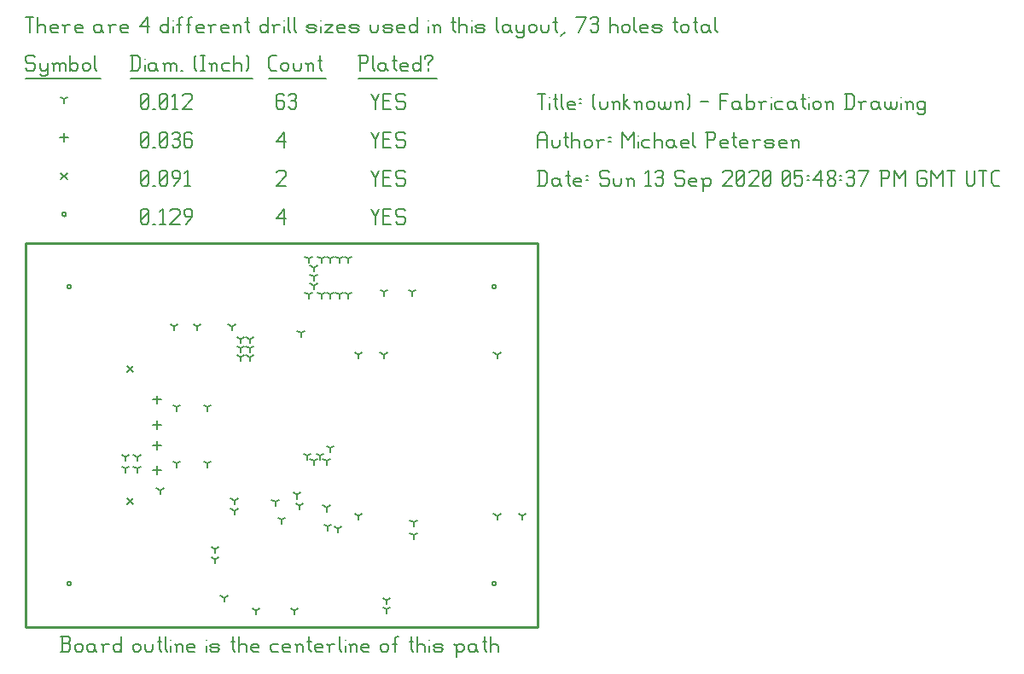
<source format=gbr>
G04 start of page 12 for group -3984 idx -3984 *
G04 Title: (unknown), fab *
G04 Creator: pcb 20140316 *
G04 CreationDate: Sun 13 Sep 2020 05:48:37 PM GMT UTC *
G04 For: railfan *
G04 Format: Gerber/RS-274X *
G04 PCB-Dimensions (mil): 2000.00 1500.00 *
G04 PCB-Coordinate-Origin: lower left *
%MOIN*%
%FSLAX25Y25*%
%LNFAB*%
%ADD72C,0.0100*%
%ADD71C,0.0075*%
%ADD70C,0.0060*%
%ADD69R,0.0080X0.0080*%
G54D69*X182200Y133000D02*G75*G03X183800Y133000I800J0D01*G01*
G75*G03X182200Y133000I-800J0D01*G01*
X16200Y17000D02*G75*G03X17800Y17000I800J0D01*G01*
G75*G03X16200Y17000I-800J0D01*G01*
Y133000D02*G75*G03X17800Y133000I800J0D01*G01*
G75*G03X16200Y133000I-800J0D01*G01*
X182200Y17000D02*G75*G03X183800Y17000I800J0D01*G01*
G75*G03X182200Y17000I-800J0D01*G01*
X14200Y161250D02*G75*G03X15800Y161250I800J0D01*G01*
G75*G03X14200Y161250I-800J0D01*G01*
G54D70*X135000Y163500D02*X136500Y160500D01*
X138000Y163500D01*
X136500Y160500D02*Y157500D01*
X139800Y160800D02*X142050D01*
X139800Y157500D02*X142800D01*
X139800Y163500D02*Y157500D01*
Y163500D02*X142800D01*
X147600D02*X148350Y162750D01*
X145350Y163500D02*X147600D01*
X144600Y162750D02*X145350Y163500D01*
X144600Y162750D02*Y161250D01*
X145350Y160500D01*
X147600D01*
X148350Y159750D01*
Y158250D01*
X147600Y157500D02*X148350Y158250D01*
X145350Y157500D02*X147600D01*
X144600Y158250D02*X145350Y157500D01*
X98000Y159750D02*X101000Y163500D01*
X98000Y159750D02*X101750D01*
X101000Y163500D02*Y157500D01*
X45000Y158250D02*X45750Y157500D01*
X45000Y162750D02*Y158250D01*
Y162750D02*X45750Y163500D01*
X47250D01*
X48000Y162750D01*
Y158250D01*
X47250Y157500D02*X48000Y158250D01*
X45750Y157500D02*X47250D01*
X45000Y159000D02*X48000Y162000D01*
X49800Y157500D02*X50550D01*
X52350Y162300D02*X53550Y163500D01*
Y157500D01*
X52350D02*X54600D01*
X56400Y162750D02*X57150Y163500D01*
X59400D01*
X60150Y162750D01*
Y161250D01*
X56400Y157500D02*X60150Y161250D01*
X56400Y157500D02*X60150D01*
X62700D02*X64950Y160500D01*
Y162750D02*Y160500D01*
X64200Y163500D02*X64950Y162750D01*
X62700Y163500D02*X64200D01*
X61950Y162750D02*X62700Y163500D01*
X61950Y162750D02*Y161250D01*
X62700Y160500D01*
X64950D01*
X39500Y102100D02*X41900Y99700D01*
X39500D02*X41900Y102100D01*
X39500Y50400D02*X41900Y48000D01*
X39500D02*X41900Y50400D01*
X13800Y177450D02*X16200Y175050D01*
X13800D02*X16200Y177450D01*
X135000Y178500D02*X136500Y175500D01*
X138000Y178500D01*
X136500Y175500D02*Y172500D01*
X139800Y175800D02*X142050D01*
X139800Y172500D02*X142800D01*
X139800Y178500D02*Y172500D01*
Y178500D02*X142800D01*
X147600D02*X148350Y177750D01*
X145350Y178500D02*X147600D01*
X144600Y177750D02*X145350Y178500D01*
X144600Y177750D02*Y176250D01*
X145350Y175500D01*
X147600D01*
X148350Y174750D01*
Y173250D01*
X147600Y172500D02*X148350Y173250D01*
X145350Y172500D02*X147600D01*
X144600Y173250D02*X145350Y172500D01*
X98000Y177750D02*X98750Y178500D01*
X101000D01*
X101750Y177750D01*
Y176250D01*
X98000Y172500D02*X101750Y176250D01*
X98000Y172500D02*X101750D01*
X45000Y173250D02*X45750Y172500D01*
X45000Y177750D02*Y173250D01*
Y177750D02*X45750Y178500D01*
X47250D01*
X48000Y177750D01*
Y173250D01*
X47250Y172500D02*X48000Y173250D01*
X45750Y172500D02*X47250D01*
X45000Y174000D02*X48000Y177000D01*
X49800Y172500D02*X50550D01*
X52350Y173250D02*X53100Y172500D01*
X52350Y177750D02*Y173250D01*
Y177750D02*X53100Y178500D01*
X54600D01*
X55350Y177750D01*
Y173250D01*
X54600Y172500D02*X55350Y173250D01*
X53100Y172500D02*X54600D01*
X52350Y174000D02*X55350Y177000D01*
X57900Y172500D02*X60150Y175500D01*
Y177750D02*Y175500D01*
X59400Y178500D02*X60150Y177750D01*
X57900Y178500D02*X59400D01*
X57150Y177750D02*X57900Y178500D01*
X57150Y177750D02*Y176250D01*
X57900Y175500D01*
X60150D01*
X61950Y177300D02*X63150Y178500D01*
Y172500D01*
X61950D02*X64200D01*
X51400Y80700D02*Y77500D01*
X49800Y79100D02*X53000D01*
X51400Y72700D02*Y69500D01*
X49800Y71100D02*X53000D01*
X51400Y90500D02*Y87300D01*
X49800Y88900D02*X53000D01*
X51400Y62900D02*Y59700D01*
X49800Y61300D02*X53000D01*
X15000Y192850D02*Y189650D01*
X13400Y191250D02*X16600D01*
X135000Y193500D02*X136500Y190500D01*
X138000Y193500D01*
X136500Y190500D02*Y187500D01*
X139800Y190800D02*X142050D01*
X139800Y187500D02*X142800D01*
X139800Y193500D02*Y187500D01*
Y193500D02*X142800D01*
X147600D02*X148350Y192750D01*
X145350Y193500D02*X147600D01*
X144600Y192750D02*X145350Y193500D01*
X144600Y192750D02*Y191250D01*
X145350Y190500D01*
X147600D01*
X148350Y189750D01*
Y188250D01*
X147600Y187500D02*X148350Y188250D01*
X145350Y187500D02*X147600D01*
X144600Y188250D02*X145350Y187500D01*
X98000Y189750D02*X101000Y193500D01*
X98000Y189750D02*X101750D01*
X101000Y193500D02*Y187500D01*
X45000Y188250D02*X45750Y187500D01*
X45000Y192750D02*Y188250D01*
Y192750D02*X45750Y193500D01*
X47250D01*
X48000Y192750D01*
Y188250D01*
X47250Y187500D02*X48000Y188250D01*
X45750Y187500D02*X47250D01*
X45000Y189000D02*X48000Y192000D01*
X49800Y187500D02*X50550D01*
X52350Y188250D02*X53100Y187500D01*
X52350Y192750D02*Y188250D01*
Y192750D02*X53100Y193500D01*
X54600D01*
X55350Y192750D01*
Y188250D01*
X54600Y187500D02*X55350Y188250D01*
X53100Y187500D02*X54600D01*
X52350Y189000D02*X55350Y192000D01*
X57150Y192750D02*X57900Y193500D01*
X59400D01*
X60150Y192750D01*
X59400Y187500D02*X60150Y188250D01*
X57900Y187500D02*X59400D01*
X57150Y188250D02*X57900Y187500D01*
Y190800D02*X59400D01*
X60150Y192750D02*Y191550D01*
Y190050D02*Y188250D01*
Y190050D02*X59400Y190800D01*
X60150Y191550D02*X59400Y190800D01*
X64200Y193500D02*X64950Y192750D01*
X62700Y193500D02*X64200D01*
X61950Y192750D02*X62700Y193500D01*
X61950Y192750D02*Y188250D01*
X62700Y187500D01*
X64200Y190800D02*X64950Y190050D01*
X61950Y190800D02*X64200D01*
X62700Y187500D02*X64200D01*
X64950Y188250D01*
Y190050D02*Y188250D01*
X140000Y131000D02*Y129400D01*
Y131000D02*X141387Y131800D01*
X140000Y131000D02*X138613Y131800D01*
X151000Y131000D02*Y129400D01*
Y131000D02*X152387Y131800D01*
X151000Y131000D02*X149613Y131800D01*
X67000Y117500D02*Y115900D01*
Y117500D02*X68387Y118300D01*
X67000Y117500D02*X65613Y118300D01*
X58000Y117500D02*Y115900D01*
Y117500D02*X59387Y118300D01*
X58000Y117500D02*X56613Y118300D01*
X52500Y53500D02*Y51900D01*
Y53500D02*X53887Y54300D01*
X52500Y53500D02*X51113Y54300D01*
X126000Y144000D02*Y142400D01*
Y144000D02*X127387Y144800D01*
X126000Y144000D02*X124613Y144800D01*
X122500Y144000D02*Y142400D01*
Y144000D02*X123887Y144800D01*
X122500Y144000D02*X121113Y144800D01*
X119000Y144000D02*Y142400D01*
Y144000D02*X120387Y144800D01*
X119000Y144000D02*X117613Y144800D01*
X115500Y144000D02*Y142400D01*
Y144000D02*X116887Y144800D01*
X115500Y144000D02*X114113Y144800D01*
X126000Y130000D02*Y128400D01*
Y130000D02*X127387Y130800D01*
X126000Y130000D02*X124613Y130800D01*
X122500Y130000D02*Y128400D01*
Y130000D02*X123887Y130800D01*
X122500Y130000D02*X121113Y130800D01*
X119000Y130000D02*Y128400D01*
Y130000D02*X120387Y130800D01*
X119000Y130000D02*X117613Y130800D01*
X115500Y130000D02*Y128400D01*
Y130000D02*X116887Y130800D01*
X115500Y130000D02*X114113Y130800D01*
X112500Y137000D02*Y135400D01*
Y137000D02*X113887Y137800D01*
X112500Y137000D02*X111113Y137800D01*
X112500Y140500D02*Y138900D01*
Y140500D02*X113887Y141300D01*
X112500Y140500D02*X111113Y141300D01*
X112500Y133500D02*Y131900D01*
Y133500D02*X113887Y134300D01*
X112500Y133500D02*X111113Y134300D01*
X110500Y144000D02*Y142400D01*
Y144000D02*X111887Y144800D01*
X110500Y144000D02*X109113Y144800D01*
X110500Y130000D02*Y128400D01*
Y130000D02*X111887Y130800D01*
X110500Y130000D02*X109113Y130800D01*
X43500Y66500D02*Y64900D01*
Y66500D02*X44887Y67300D01*
X43500Y66500D02*X42113Y67300D01*
X43500Y62000D02*Y60400D01*
Y62000D02*X44887Y62800D01*
X43500Y62000D02*X42113Y62800D01*
X39000Y66500D02*Y64900D01*
Y66500D02*X40387Y67300D01*
X39000Y66500D02*X37613Y67300D01*
X39000Y62000D02*Y60400D01*
Y62000D02*X40387Y62800D01*
X39000Y62000D02*X37613Y62800D01*
X59000Y64000D02*Y62400D01*
Y64000D02*X60387Y64800D01*
X59000Y64000D02*X57613Y64800D01*
X71000Y64000D02*Y62400D01*
Y64000D02*X72387Y64800D01*
X71000Y64000D02*X69613Y64800D01*
X59000Y86000D02*Y84400D01*
Y86000D02*X60387Y86800D01*
X59000Y86000D02*X57613Y86800D01*
X71000Y86000D02*Y84400D01*
Y86000D02*X72387Y86800D01*
X71000Y86000D02*X69613Y86800D01*
X105000Y6500D02*Y4900D01*
Y6500D02*X106387Y7300D01*
X105000Y6500D02*X103613Y7300D01*
X90000Y6500D02*Y4900D01*
Y6500D02*X91387Y7300D01*
X90000Y6500D02*X88613Y7300D01*
X77500Y11500D02*Y9900D01*
Y11500D02*X78887Y12300D01*
X77500Y11500D02*X76113Y12300D01*
X97500Y49000D02*Y47400D01*
Y49000D02*X98887Y49800D01*
X97500Y49000D02*X96113Y49800D01*
X106000Y51750D02*Y50150D01*
Y51750D02*X107387Y52550D01*
X106000Y51750D02*X104613Y52550D01*
X81500Y45500D02*Y43900D01*
Y45500D02*X82887Y46300D01*
X81500Y45500D02*X80113Y46300D01*
X81500Y49500D02*Y47900D01*
Y49500D02*X82887Y50300D01*
X81500Y49500D02*X80113Y50300D01*
X74000Y26500D02*Y24900D01*
Y26500D02*X75387Y27300D01*
X74000Y26500D02*X72613Y27300D01*
X74000Y30500D02*Y28900D01*
Y30500D02*X75387Y31300D01*
X74000Y30500D02*X72613Y31300D01*
X117500Y46750D02*Y45150D01*
Y46750D02*X118887Y47550D01*
X117500Y46750D02*X116113Y47550D01*
X100000Y42000D02*Y40400D01*
Y42000D02*X101387Y42800D01*
X100000Y42000D02*X98613Y42800D01*
X117500Y65000D02*Y63400D01*
Y65000D02*X118887Y65800D01*
X117500Y65000D02*X116113Y65800D01*
X115000Y67000D02*Y65400D01*
Y67000D02*X116387Y67800D01*
X115000Y67000D02*X113613Y67800D01*
X112500Y65000D02*Y63400D01*
Y65000D02*X113887Y65800D01*
X112500Y65000D02*X111113Y65800D01*
X110000Y67000D02*Y65400D01*
Y67000D02*X111387Y67800D01*
X110000Y67000D02*X108613Y67800D01*
X107000Y47500D02*Y45900D01*
Y47500D02*X108387Y48300D01*
X107000Y47500D02*X105613Y48300D01*
X80500Y117500D02*Y115900D01*
Y117500D02*X81887Y118300D01*
X80500Y117500D02*X79113Y118300D01*
X184146Y106500D02*Y104900D01*
Y106500D02*X185533Y107300D01*
X184146Y106500D02*X182759Y107300D01*
X139854Y106500D02*Y104900D01*
Y106500D02*X141241Y107300D01*
X139854Y106500D02*X138467Y107300D01*
X130012Y106500D02*Y104900D01*
Y106500D02*X131398Y107300D01*
X130012Y106500D02*X128625Y107300D01*
X84000Y112500D02*Y110900D01*
Y112500D02*X85387Y113300D01*
X84000Y112500D02*X82613Y113300D01*
X84000Y109000D02*Y107400D01*
Y109000D02*X85387Y109800D01*
X84000Y109000D02*X82613Y109800D01*
X84000Y105500D02*Y103900D01*
Y105500D02*X85387Y106300D01*
X84000Y105500D02*X82613Y106300D01*
X87500Y112500D02*Y110900D01*
Y112500D02*X88887Y113300D01*
X87500Y112500D02*X86113Y113300D01*
X87500Y109000D02*Y107400D01*
Y109000D02*X88887Y109800D01*
X87500Y109000D02*X86113Y109800D01*
X87500Y105500D02*Y103900D01*
Y105500D02*X88887Y106300D01*
X87500Y105500D02*X86113Y106300D01*
X193988Y43500D02*Y41900D01*
Y43500D02*X195375Y44300D01*
X193988Y43500D02*X192602Y44300D01*
X184146Y43500D02*Y41900D01*
Y43500D02*X185533Y44300D01*
X184146Y43500D02*X182759Y44300D01*
X130012Y43500D02*Y41900D01*
Y43500D02*X131398Y44300D01*
X130012Y43500D02*X128625Y44300D01*
X151500Y41000D02*Y39400D01*
Y41000D02*X152887Y41800D01*
X151500Y41000D02*X150113Y41800D01*
X151500Y36000D02*Y34400D01*
Y36000D02*X152887Y36800D01*
X151500Y36000D02*X150113Y36800D01*
X122000Y38500D02*Y36900D01*
Y38500D02*X123387Y39300D01*
X122000Y38500D02*X120613Y39300D01*
X119000Y70000D02*Y68400D01*
Y70000D02*X120387Y70800D01*
X119000Y70000D02*X117613Y70800D01*
X118000Y39250D02*Y37650D01*
Y39250D02*X119387Y40050D01*
X118000Y39250D02*X116613Y40050D01*
X107500Y115000D02*Y113400D01*
Y115000D02*X108887Y115800D01*
X107500Y115000D02*X106113Y115800D01*
X141000Y10500D02*Y8900D01*
Y10500D02*X142387Y11300D01*
X141000Y10500D02*X139613Y11300D01*
X141000Y7000D02*Y5400D01*
Y7000D02*X142387Y7800D01*
X141000Y7000D02*X139613Y7800D01*
X15000Y206250D02*Y204650D01*
Y206250D02*X16387Y207050D01*
X15000Y206250D02*X13613Y207050D01*
X135000Y208500D02*X136500Y205500D01*
X138000Y208500D01*
X136500Y205500D02*Y202500D01*
X139800Y205800D02*X142050D01*
X139800Y202500D02*X142800D01*
X139800Y208500D02*Y202500D01*
Y208500D02*X142800D01*
X147600D02*X148350Y207750D01*
X145350Y208500D02*X147600D01*
X144600Y207750D02*X145350Y208500D01*
X144600Y207750D02*Y206250D01*
X145350Y205500D01*
X147600D01*
X148350Y204750D01*
Y203250D01*
X147600Y202500D02*X148350Y203250D01*
X145350Y202500D02*X147600D01*
X144600Y203250D02*X145350Y202500D01*
X100250Y208500D02*X101000Y207750D01*
X98750Y208500D02*X100250D01*
X98000Y207750D02*X98750Y208500D01*
X98000Y207750D02*Y203250D01*
X98750Y202500D01*
X100250Y205800D02*X101000Y205050D01*
X98000Y205800D02*X100250D01*
X98750Y202500D02*X100250D01*
X101000Y203250D01*
Y205050D02*Y203250D01*
X102800Y207750D02*X103550Y208500D01*
X105050D01*
X105800Y207750D01*
X105050Y202500D02*X105800Y203250D01*
X103550Y202500D02*X105050D01*
X102800Y203250D02*X103550Y202500D01*
Y205800D02*X105050D01*
X105800Y207750D02*Y206550D01*
Y205050D02*Y203250D01*
Y205050D02*X105050Y205800D01*
X105800Y206550D02*X105050Y205800D01*
X45000Y203250D02*X45750Y202500D01*
X45000Y207750D02*Y203250D01*
Y207750D02*X45750Y208500D01*
X47250D01*
X48000Y207750D01*
Y203250D01*
X47250Y202500D02*X48000Y203250D01*
X45750Y202500D02*X47250D01*
X45000Y204000D02*X48000Y207000D01*
X49800Y202500D02*X50550D01*
X52350Y203250D02*X53100Y202500D01*
X52350Y207750D02*Y203250D01*
Y207750D02*X53100Y208500D01*
X54600D01*
X55350Y207750D01*
Y203250D01*
X54600Y202500D02*X55350Y203250D01*
X53100Y202500D02*X54600D01*
X52350Y204000D02*X55350Y207000D01*
X57150Y207300D02*X58350Y208500D01*
Y202500D01*
X57150D02*X59400D01*
X61200Y207750D02*X61950Y208500D01*
X64200D01*
X64950Y207750D01*
Y206250D01*
X61200Y202500D02*X64950Y206250D01*
X61200Y202500D02*X64950D01*
X3000Y223500D02*X3750Y222750D01*
X750Y223500D02*X3000D01*
X0Y222750D02*X750Y223500D01*
X0Y222750D02*Y221250D01*
X750Y220500D01*
X3000D01*
X3750Y219750D01*
Y218250D01*
X3000Y217500D02*X3750Y218250D01*
X750Y217500D02*X3000D01*
X0Y218250D02*X750Y217500D01*
X5550Y220500D02*Y218250D01*
X6300Y217500D01*
X8550Y220500D02*Y216000D01*
X7800Y215250D02*X8550Y216000D01*
X6300Y215250D02*X7800D01*
X5550Y216000D02*X6300Y215250D01*
Y217500D02*X7800D01*
X8550Y218250D01*
X11100Y219750D02*Y217500D01*
Y219750D02*X11850Y220500D01*
X12600D01*
X13350Y219750D01*
Y217500D01*
Y219750D02*X14100Y220500D01*
X14850D01*
X15600Y219750D01*
Y217500D01*
X10350Y220500D02*X11100Y219750D01*
X17400Y223500D02*Y217500D01*
Y218250D02*X18150Y217500D01*
X19650D01*
X20400Y218250D01*
Y219750D02*Y218250D01*
X19650Y220500D02*X20400Y219750D01*
X18150Y220500D02*X19650D01*
X17400Y219750D02*X18150Y220500D01*
X22200Y219750D02*Y218250D01*
Y219750D02*X22950Y220500D01*
X24450D01*
X25200Y219750D01*
Y218250D01*
X24450Y217500D02*X25200Y218250D01*
X22950Y217500D02*X24450D01*
X22200Y218250D02*X22950Y217500D01*
X27000Y223500D02*Y218250D01*
X27750Y217500D01*
X0Y214250D02*X29250D01*
X41750Y223500D02*Y217500D01*
X43700Y223500D02*X44750Y222450D01*
Y218550D01*
X43700Y217500D02*X44750Y218550D01*
X41000Y217500D02*X43700D01*
X41000Y223500D02*X43700D01*
G54D71*X46550Y222000D02*Y221850D01*
G54D70*Y219750D02*Y217500D01*
X50300Y220500D02*X51050Y219750D01*
X48800Y220500D02*X50300D01*
X48050Y219750D02*X48800Y220500D01*
X48050Y219750D02*Y218250D01*
X48800Y217500D01*
X51050Y220500D02*Y218250D01*
X51800Y217500D01*
X48800D02*X50300D01*
X51050Y218250D01*
X54350Y219750D02*Y217500D01*
Y219750D02*X55100Y220500D01*
X55850D01*
X56600Y219750D01*
Y217500D01*
Y219750D02*X57350Y220500D01*
X58100D01*
X58850Y219750D01*
Y217500D01*
X53600Y220500D02*X54350Y219750D01*
X60650Y217500D02*X61400D01*
X65900Y218250D02*X66650Y217500D01*
X65900Y222750D02*X66650Y223500D01*
X65900Y222750D02*Y218250D01*
X68450Y223500D02*X69950D01*
X69200D02*Y217500D01*
X68450D02*X69950D01*
X72500Y219750D02*Y217500D01*
Y219750D02*X73250Y220500D01*
X74000D01*
X74750Y219750D01*
Y217500D01*
X71750Y220500D02*X72500Y219750D01*
X77300Y220500D02*X79550D01*
X76550Y219750D02*X77300Y220500D01*
X76550Y219750D02*Y218250D01*
X77300Y217500D01*
X79550D01*
X81350Y223500D02*Y217500D01*
Y219750D02*X82100Y220500D01*
X83600D01*
X84350Y219750D01*
Y217500D01*
X86150Y223500D02*X86900Y222750D01*
Y218250D01*
X86150Y217500D02*X86900Y218250D01*
X41000Y214250D02*X88700D01*
X96050Y217500D02*X98000D01*
X95000Y218550D02*X96050Y217500D01*
X95000Y222450D02*Y218550D01*
Y222450D02*X96050Y223500D01*
X98000D01*
X99800Y219750D02*Y218250D01*
Y219750D02*X100550Y220500D01*
X102050D01*
X102800Y219750D01*
Y218250D01*
X102050Y217500D02*X102800Y218250D01*
X100550Y217500D02*X102050D01*
X99800Y218250D02*X100550Y217500D01*
X104600Y220500D02*Y218250D01*
X105350Y217500D01*
X106850D01*
X107600Y218250D01*
Y220500D02*Y218250D01*
X110150Y219750D02*Y217500D01*
Y219750D02*X110900Y220500D01*
X111650D01*
X112400Y219750D01*
Y217500D01*
X109400Y220500D02*X110150Y219750D01*
X114950Y223500D02*Y218250D01*
X115700Y217500D01*
X114200Y221250D02*X115700D01*
X95000Y214250D02*X117200D01*
X130750Y223500D02*Y217500D01*
X130000Y223500D02*X133000D01*
X133750Y222750D01*
Y221250D01*
X133000Y220500D02*X133750Y221250D01*
X130750Y220500D02*X133000D01*
X135550Y223500D02*Y218250D01*
X136300Y217500D01*
X140050Y220500D02*X140800Y219750D01*
X138550Y220500D02*X140050D01*
X137800Y219750D02*X138550Y220500D01*
X137800Y219750D02*Y218250D01*
X138550Y217500D01*
X140800Y220500D02*Y218250D01*
X141550Y217500D01*
X138550D02*X140050D01*
X140800Y218250D01*
X144100Y223500D02*Y218250D01*
X144850Y217500D01*
X143350Y221250D02*X144850D01*
X147100Y217500D02*X149350D01*
X146350Y218250D02*X147100Y217500D01*
X146350Y219750D02*Y218250D01*
Y219750D02*X147100Y220500D01*
X148600D01*
X149350Y219750D01*
X146350Y219000D02*X149350D01*
Y219750D02*Y219000D01*
X154150Y223500D02*Y217500D01*
X153400D02*X154150Y218250D01*
X151900Y217500D02*X153400D01*
X151150Y218250D02*X151900Y217500D01*
X151150Y219750D02*Y218250D01*
Y219750D02*X151900Y220500D01*
X153400D01*
X154150Y219750D01*
X157450Y220500D02*Y219750D01*
Y218250D02*Y217500D01*
X155950Y222750D02*Y222000D01*
Y222750D02*X156700Y223500D01*
X158200D01*
X158950Y222750D01*
Y222000D01*
X157450Y220500D02*X158950Y222000D01*
X130000Y214250D02*X160750D01*
X0Y238500D02*X3000D01*
X1500D02*Y232500D01*
X4800Y238500D02*Y232500D01*
Y234750D02*X5550Y235500D01*
X7050D01*
X7800Y234750D01*
Y232500D01*
X10350D02*X12600D01*
X9600Y233250D02*X10350Y232500D01*
X9600Y234750D02*Y233250D01*
Y234750D02*X10350Y235500D01*
X11850D01*
X12600Y234750D01*
X9600Y234000D02*X12600D01*
Y234750D02*Y234000D01*
X15150Y234750D02*Y232500D01*
Y234750D02*X15900Y235500D01*
X17400D01*
X14400D02*X15150Y234750D01*
X19950Y232500D02*X22200D01*
X19200Y233250D02*X19950Y232500D01*
X19200Y234750D02*Y233250D01*
Y234750D02*X19950Y235500D01*
X21450D01*
X22200Y234750D01*
X19200Y234000D02*X22200D01*
Y234750D02*Y234000D01*
X28950Y235500D02*X29700Y234750D01*
X27450Y235500D02*X28950D01*
X26700Y234750D02*X27450Y235500D01*
X26700Y234750D02*Y233250D01*
X27450Y232500D01*
X29700Y235500D02*Y233250D01*
X30450Y232500D01*
X27450D02*X28950D01*
X29700Y233250D01*
X33000Y234750D02*Y232500D01*
Y234750D02*X33750Y235500D01*
X35250D01*
X32250D02*X33000Y234750D01*
X37800Y232500D02*X40050D01*
X37050Y233250D02*X37800Y232500D01*
X37050Y234750D02*Y233250D01*
Y234750D02*X37800Y235500D01*
X39300D01*
X40050Y234750D01*
X37050Y234000D02*X40050D01*
Y234750D02*Y234000D01*
X44550Y234750D02*X47550Y238500D01*
X44550Y234750D02*X48300D01*
X47550Y238500D02*Y232500D01*
X55800Y238500D02*Y232500D01*
X55050D02*X55800Y233250D01*
X53550Y232500D02*X55050D01*
X52800Y233250D02*X53550Y232500D01*
X52800Y234750D02*Y233250D01*
Y234750D02*X53550Y235500D01*
X55050D01*
X55800Y234750D01*
G54D71*X57600Y237000D02*Y236850D01*
G54D70*Y234750D02*Y232500D01*
X59850Y237750D02*Y232500D01*
Y237750D02*X60600Y238500D01*
X61350D01*
X59100Y235500D02*X60600D01*
X63600Y237750D02*Y232500D01*
Y237750D02*X64350Y238500D01*
X65100D01*
X62850Y235500D02*X64350D01*
X67350Y232500D02*X69600D01*
X66600Y233250D02*X67350Y232500D01*
X66600Y234750D02*Y233250D01*
Y234750D02*X67350Y235500D01*
X68850D01*
X69600Y234750D01*
X66600Y234000D02*X69600D01*
Y234750D02*Y234000D01*
X72150Y234750D02*Y232500D01*
Y234750D02*X72900Y235500D01*
X74400D01*
X71400D02*X72150Y234750D01*
X76950Y232500D02*X79200D01*
X76200Y233250D02*X76950Y232500D01*
X76200Y234750D02*Y233250D01*
Y234750D02*X76950Y235500D01*
X78450D01*
X79200Y234750D01*
X76200Y234000D02*X79200D01*
Y234750D02*Y234000D01*
X81750Y234750D02*Y232500D01*
Y234750D02*X82500Y235500D01*
X83250D01*
X84000Y234750D01*
Y232500D01*
X81000Y235500D02*X81750Y234750D01*
X86550Y238500D02*Y233250D01*
X87300Y232500D01*
X85800Y236250D02*X87300D01*
X94500Y238500D02*Y232500D01*
X93750D02*X94500Y233250D01*
X92250Y232500D02*X93750D01*
X91500Y233250D02*X92250Y232500D01*
X91500Y234750D02*Y233250D01*
Y234750D02*X92250Y235500D01*
X93750D01*
X94500Y234750D01*
X97050D02*Y232500D01*
Y234750D02*X97800Y235500D01*
X99300D01*
X96300D02*X97050Y234750D01*
G54D71*X101100Y237000D02*Y236850D01*
G54D70*Y234750D02*Y232500D01*
X102600Y238500D02*Y233250D01*
X103350Y232500D01*
X104850Y238500D02*Y233250D01*
X105600Y232500D01*
X110550D02*X112800D01*
X113550Y233250D01*
X112800Y234000D02*X113550Y233250D01*
X110550Y234000D02*X112800D01*
X109800Y234750D02*X110550Y234000D01*
X109800Y234750D02*X110550Y235500D01*
X112800D01*
X113550Y234750D01*
X109800Y233250D02*X110550Y232500D01*
G54D71*X115350Y237000D02*Y236850D01*
G54D70*Y234750D02*Y232500D01*
X116850Y235500D02*X119850D01*
X116850Y232500D02*X119850Y235500D01*
X116850Y232500D02*X119850D01*
X122400D02*X124650D01*
X121650Y233250D02*X122400Y232500D01*
X121650Y234750D02*Y233250D01*
Y234750D02*X122400Y235500D01*
X123900D01*
X124650Y234750D01*
X121650Y234000D02*X124650D01*
Y234750D02*Y234000D01*
X127200Y232500D02*X129450D01*
X130200Y233250D01*
X129450Y234000D02*X130200Y233250D01*
X127200Y234000D02*X129450D01*
X126450Y234750D02*X127200Y234000D01*
X126450Y234750D02*X127200Y235500D01*
X129450D01*
X130200Y234750D01*
X126450Y233250D02*X127200Y232500D01*
X134700Y235500D02*Y233250D01*
X135450Y232500D01*
X136950D01*
X137700Y233250D01*
Y235500D02*Y233250D01*
X140250Y232500D02*X142500D01*
X143250Y233250D01*
X142500Y234000D02*X143250Y233250D01*
X140250Y234000D02*X142500D01*
X139500Y234750D02*X140250Y234000D01*
X139500Y234750D02*X140250Y235500D01*
X142500D01*
X143250Y234750D01*
X139500Y233250D02*X140250Y232500D01*
X145800D02*X148050D01*
X145050Y233250D02*X145800Y232500D01*
X145050Y234750D02*Y233250D01*
Y234750D02*X145800Y235500D01*
X147300D01*
X148050Y234750D01*
X145050Y234000D02*X148050D01*
Y234750D02*Y234000D01*
X152850Y238500D02*Y232500D01*
X152100D02*X152850Y233250D01*
X150600Y232500D02*X152100D01*
X149850Y233250D02*X150600Y232500D01*
X149850Y234750D02*Y233250D01*
Y234750D02*X150600Y235500D01*
X152100D01*
X152850Y234750D01*
G54D71*X157350Y237000D02*Y236850D01*
G54D70*Y234750D02*Y232500D01*
X159600Y234750D02*Y232500D01*
Y234750D02*X160350Y235500D01*
X161100D01*
X161850Y234750D01*
Y232500D01*
X158850Y235500D02*X159600Y234750D01*
X167100Y238500D02*Y233250D01*
X167850Y232500D01*
X166350Y236250D02*X167850D01*
X169350Y238500D02*Y232500D01*
Y234750D02*X170100Y235500D01*
X171600D01*
X172350Y234750D01*
Y232500D01*
G54D71*X174150Y237000D02*Y236850D01*
G54D70*Y234750D02*Y232500D01*
X176400D02*X178650D01*
X179400Y233250D01*
X178650Y234000D02*X179400Y233250D01*
X176400Y234000D02*X178650D01*
X175650Y234750D02*X176400Y234000D01*
X175650Y234750D02*X176400Y235500D01*
X178650D01*
X179400Y234750D01*
X175650Y233250D02*X176400Y232500D01*
X183900Y238500D02*Y233250D01*
X184650Y232500D01*
X188400Y235500D02*X189150Y234750D01*
X186900Y235500D02*X188400D01*
X186150Y234750D02*X186900Y235500D01*
X186150Y234750D02*Y233250D01*
X186900Y232500D01*
X189150Y235500D02*Y233250D01*
X189900Y232500D01*
X186900D02*X188400D01*
X189150Y233250D01*
X191700Y235500D02*Y233250D01*
X192450Y232500D01*
X194700Y235500D02*Y231000D01*
X193950Y230250D02*X194700Y231000D01*
X192450Y230250D02*X193950D01*
X191700Y231000D02*X192450Y230250D01*
Y232500D02*X193950D01*
X194700Y233250D01*
X196500Y234750D02*Y233250D01*
Y234750D02*X197250Y235500D01*
X198750D01*
X199500Y234750D01*
Y233250D01*
X198750Y232500D02*X199500Y233250D01*
X197250Y232500D02*X198750D01*
X196500Y233250D02*X197250Y232500D01*
X201300Y235500D02*Y233250D01*
X202050Y232500D01*
X203550D01*
X204300Y233250D01*
Y235500D02*Y233250D01*
X206850Y238500D02*Y233250D01*
X207600Y232500D01*
X206100Y236250D02*X207600D01*
X209100Y231000D02*X210600Y232500D01*
X215850D02*X218850Y238500D01*
X215100D02*X218850D01*
X220650Y237750D02*X221400Y238500D01*
X222900D01*
X223650Y237750D01*
X222900Y232500D02*X223650Y233250D01*
X221400Y232500D02*X222900D01*
X220650Y233250D02*X221400Y232500D01*
Y235800D02*X222900D01*
X223650Y237750D02*Y236550D01*
Y235050D02*Y233250D01*
Y235050D02*X222900Y235800D01*
X223650Y236550D02*X222900Y235800D01*
X228150Y238500D02*Y232500D01*
Y234750D02*X228900Y235500D01*
X230400D01*
X231150Y234750D01*
Y232500D01*
X232950Y234750D02*Y233250D01*
Y234750D02*X233700Y235500D01*
X235200D01*
X235950Y234750D01*
Y233250D01*
X235200Y232500D02*X235950Y233250D01*
X233700Y232500D02*X235200D01*
X232950Y233250D02*X233700Y232500D01*
X237750Y238500D02*Y233250D01*
X238500Y232500D01*
X240750D02*X243000D01*
X240000Y233250D02*X240750Y232500D01*
X240000Y234750D02*Y233250D01*
Y234750D02*X240750Y235500D01*
X242250D01*
X243000Y234750D01*
X240000Y234000D02*X243000D01*
Y234750D02*Y234000D01*
X245550Y232500D02*X247800D01*
X248550Y233250D01*
X247800Y234000D02*X248550Y233250D01*
X245550Y234000D02*X247800D01*
X244800Y234750D02*X245550Y234000D01*
X244800Y234750D02*X245550Y235500D01*
X247800D01*
X248550Y234750D01*
X244800Y233250D02*X245550Y232500D01*
X253800Y238500D02*Y233250D01*
X254550Y232500D01*
X253050Y236250D02*X254550D01*
X256050Y234750D02*Y233250D01*
Y234750D02*X256800Y235500D01*
X258300D01*
X259050Y234750D01*
Y233250D01*
X258300Y232500D02*X259050Y233250D01*
X256800Y232500D02*X258300D01*
X256050Y233250D02*X256800Y232500D01*
X261600Y238500D02*Y233250D01*
X262350Y232500D01*
X260850Y236250D02*X262350D01*
X266100Y235500D02*X266850Y234750D01*
X264600Y235500D02*X266100D01*
X263850Y234750D02*X264600Y235500D01*
X263850Y234750D02*Y233250D01*
X264600Y232500D01*
X266850Y235500D02*Y233250D01*
X267600Y232500D01*
X264600D02*X266100D01*
X266850Y233250D01*
X269400Y238500D02*Y233250D01*
X270150Y232500D01*
G54D72*X0Y0D02*Y150000D01*
X200000Y0D02*X0D01*
X200000Y150000D02*X0D01*
X200000D02*Y0D01*
G54D70*X13675Y-9500D02*X16675D01*
X17425Y-8750D01*
Y-6950D02*Y-8750D01*
X16675Y-6200D02*X17425Y-6950D01*
X14425Y-6200D02*X16675D01*
X14425Y-3500D02*Y-9500D01*
X13675Y-3500D02*X16675D01*
X17425Y-4250D01*
Y-5450D01*
X16675Y-6200D02*X17425Y-5450D01*
X19225Y-7250D02*Y-8750D01*
Y-7250D02*X19975Y-6500D01*
X21475D01*
X22225Y-7250D01*
Y-8750D01*
X21475Y-9500D02*X22225Y-8750D01*
X19975Y-9500D02*X21475D01*
X19225Y-8750D02*X19975Y-9500D01*
X26275Y-6500D02*X27025Y-7250D01*
X24775Y-6500D02*X26275D01*
X24025Y-7250D02*X24775Y-6500D01*
X24025Y-7250D02*Y-8750D01*
X24775Y-9500D01*
X27025Y-6500D02*Y-8750D01*
X27775Y-9500D01*
X24775D02*X26275D01*
X27025Y-8750D01*
X30325Y-7250D02*Y-9500D01*
Y-7250D02*X31075Y-6500D01*
X32575D01*
X29575D02*X30325Y-7250D01*
X37375Y-3500D02*Y-9500D01*
X36625D02*X37375Y-8750D01*
X35125Y-9500D02*X36625D01*
X34375Y-8750D02*X35125Y-9500D01*
X34375Y-7250D02*Y-8750D01*
Y-7250D02*X35125Y-6500D01*
X36625D01*
X37375Y-7250D01*
X41875D02*Y-8750D01*
Y-7250D02*X42625Y-6500D01*
X44125D01*
X44875Y-7250D01*
Y-8750D01*
X44125Y-9500D02*X44875Y-8750D01*
X42625Y-9500D02*X44125D01*
X41875Y-8750D02*X42625Y-9500D01*
X46675Y-6500D02*Y-8750D01*
X47425Y-9500D01*
X48925D01*
X49675Y-8750D01*
Y-6500D02*Y-8750D01*
X52225Y-3500D02*Y-8750D01*
X52975Y-9500D01*
X51475Y-5750D02*X52975D01*
X54475Y-3500D02*Y-8750D01*
X55225Y-9500D01*
G54D71*X56725Y-5000D02*Y-5150D01*
G54D70*Y-7250D02*Y-9500D01*
X58975Y-7250D02*Y-9500D01*
Y-7250D02*X59725Y-6500D01*
X60475D01*
X61225Y-7250D01*
Y-9500D01*
X58225Y-6500D02*X58975Y-7250D01*
X63775Y-9500D02*X66025D01*
X63025Y-8750D02*X63775Y-9500D01*
X63025Y-7250D02*Y-8750D01*
Y-7250D02*X63775Y-6500D01*
X65275D01*
X66025Y-7250D01*
X63025Y-8000D02*X66025D01*
Y-7250D02*Y-8000D01*
G54D71*X70525Y-5000D02*Y-5150D01*
G54D70*Y-7250D02*Y-9500D01*
X72775D02*X75025D01*
X75775Y-8750D01*
X75025Y-8000D02*X75775Y-8750D01*
X72775Y-8000D02*X75025D01*
X72025Y-7250D02*X72775Y-8000D01*
X72025Y-7250D02*X72775Y-6500D01*
X75025D01*
X75775Y-7250D01*
X72025Y-8750D02*X72775Y-9500D01*
X81025Y-3500D02*Y-8750D01*
X81775Y-9500D01*
X80275Y-5750D02*X81775D01*
X83275Y-3500D02*Y-9500D01*
Y-7250D02*X84025Y-6500D01*
X85525D01*
X86275Y-7250D01*
Y-9500D01*
X88825D02*X91075D01*
X88075Y-8750D02*X88825Y-9500D01*
X88075Y-7250D02*Y-8750D01*
Y-7250D02*X88825Y-6500D01*
X90325D01*
X91075Y-7250D01*
X88075Y-8000D02*X91075D01*
Y-7250D02*Y-8000D01*
X96325Y-6500D02*X98575D01*
X95575Y-7250D02*X96325Y-6500D01*
X95575Y-7250D02*Y-8750D01*
X96325Y-9500D01*
X98575D01*
X101125D02*X103375D01*
X100375Y-8750D02*X101125Y-9500D01*
X100375Y-7250D02*Y-8750D01*
Y-7250D02*X101125Y-6500D01*
X102625D01*
X103375Y-7250D01*
X100375Y-8000D02*X103375D01*
Y-7250D02*Y-8000D01*
X105925Y-7250D02*Y-9500D01*
Y-7250D02*X106675Y-6500D01*
X107425D01*
X108175Y-7250D01*
Y-9500D01*
X105175Y-6500D02*X105925Y-7250D01*
X110725Y-3500D02*Y-8750D01*
X111475Y-9500D01*
X109975Y-5750D02*X111475D01*
X113725Y-9500D02*X115975D01*
X112975Y-8750D02*X113725Y-9500D01*
X112975Y-7250D02*Y-8750D01*
Y-7250D02*X113725Y-6500D01*
X115225D01*
X115975Y-7250D01*
X112975Y-8000D02*X115975D01*
Y-7250D02*Y-8000D01*
X118525Y-7250D02*Y-9500D01*
Y-7250D02*X119275Y-6500D01*
X120775D01*
X117775D02*X118525Y-7250D01*
X122575Y-3500D02*Y-8750D01*
X123325Y-9500D01*
G54D71*X124825Y-5000D02*Y-5150D01*
G54D70*Y-7250D02*Y-9500D01*
X127075Y-7250D02*Y-9500D01*
Y-7250D02*X127825Y-6500D01*
X128575D01*
X129325Y-7250D01*
Y-9500D01*
X126325Y-6500D02*X127075Y-7250D01*
X131875Y-9500D02*X134125D01*
X131125Y-8750D02*X131875Y-9500D01*
X131125Y-7250D02*Y-8750D01*
Y-7250D02*X131875Y-6500D01*
X133375D01*
X134125Y-7250D01*
X131125Y-8000D02*X134125D01*
Y-7250D02*Y-8000D01*
X138625Y-7250D02*Y-8750D01*
Y-7250D02*X139375Y-6500D01*
X140875D01*
X141625Y-7250D01*
Y-8750D01*
X140875Y-9500D02*X141625Y-8750D01*
X139375Y-9500D02*X140875D01*
X138625Y-8750D02*X139375Y-9500D01*
X144175Y-4250D02*Y-9500D01*
Y-4250D02*X144925Y-3500D01*
X145675D01*
X143425Y-6500D02*X144925D01*
X150625Y-3500D02*Y-8750D01*
X151375Y-9500D01*
X149875Y-5750D02*X151375D01*
X152875Y-3500D02*Y-9500D01*
Y-7250D02*X153625Y-6500D01*
X155125D01*
X155875Y-7250D01*
Y-9500D01*
G54D71*X157675Y-5000D02*Y-5150D01*
G54D70*Y-7250D02*Y-9500D01*
X159925D02*X162175D01*
X162925Y-8750D01*
X162175Y-8000D02*X162925Y-8750D01*
X159925Y-8000D02*X162175D01*
X159175Y-7250D02*X159925Y-8000D01*
X159175Y-7250D02*X159925Y-6500D01*
X162175D01*
X162925Y-7250D01*
X159175Y-8750D02*X159925Y-9500D01*
X168175Y-7250D02*Y-11750D01*
X167425Y-6500D02*X168175Y-7250D01*
X168925Y-6500D01*
X170425D01*
X171175Y-7250D01*
Y-8750D01*
X170425Y-9500D02*X171175Y-8750D01*
X168925Y-9500D02*X170425D01*
X168175Y-8750D02*X168925Y-9500D01*
X175225Y-6500D02*X175975Y-7250D01*
X173725Y-6500D02*X175225D01*
X172975Y-7250D02*X173725Y-6500D01*
X172975Y-7250D02*Y-8750D01*
X173725Y-9500D01*
X175975Y-6500D02*Y-8750D01*
X176725Y-9500D01*
X173725D02*X175225D01*
X175975Y-8750D01*
X179275Y-3500D02*Y-8750D01*
X180025Y-9500D01*
X178525Y-5750D02*X180025D01*
X181525Y-3500D02*Y-9500D01*
Y-7250D02*X182275Y-6500D01*
X183775D01*
X184525Y-7250D01*
Y-9500D01*
X200750Y178500D02*Y172500D01*
X202700Y178500D02*X203750Y177450D01*
Y173550D01*
X202700Y172500D02*X203750Y173550D01*
X200000Y172500D02*X202700D01*
X200000Y178500D02*X202700D01*
X207800Y175500D02*X208550Y174750D01*
X206300Y175500D02*X207800D01*
X205550Y174750D02*X206300Y175500D01*
X205550Y174750D02*Y173250D01*
X206300Y172500D01*
X208550Y175500D02*Y173250D01*
X209300Y172500D01*
X206300D02*X207800D01*
X208550Y173250D01*
X211850Y178500D02*Y173250D01*
X212600Y172500D01*
X211100Y176250D02*X212600D01*
X214850Y172500D02*X217100D01*
X214100Y173250D02*X214850Y172500D01*
X214100Y174750D02*Y173250D01*
Y174750D02*X214850Y175500D01*
X216350D01*
X217100Y174750D01*
X214100Y174000D02*X217100D01*
Y174750D02*Y174000D01*
X218900Y176250D02*X219650D01*
X218900Y174750D02*X219650D01*
X227150Y178500D02*X227900Y177750D01*
X224900Y178500D02*X227150D01*
X224150Y177750D02*X224900Y178500D01*
X224150Y177750D02*Y176250D01*
X224900Y175500D01*
X227150D01*
X227900Y174750D01*
Y173250D01*
X227150Y172500D02*X227900Y173250D01*
X224900Y172500D02*X227150D01*
X224150Y173250D02*X224900Y172500D01*
X229700Y175500D02*Y173250D01*
X230450Y172500D01*
X231950D01*
X232700Y173250D01*
Y175500D02*Y173250D01*
X235250Y174750D02*Y172500D01*
Y174750D02*X236000Y175500D01*
X236750D01*
X237500Y174750D01*
Y172500D01*
X234500Y175500D02*X235250Y174750D01*
X242000Y177300D02*X243200Y178500D01*
Y172500D01*
X242000D02*X244250D01*
X246050Y177750D02*X246800Y178500D01*
X248300D01*
X249050Y177750D01*
X248300Y172500D02*X249050Y173250D01*
X246800Y172500D02*X248300D01*
X246050Y173250D02*X246800Y172500D01*
Y175800D02*X248300D01*
X249050Y177750D02*Y176550D01*
Y175050D02*Y173250D01*
Y175050D02*X248300Y175800D01*
X249050Y176550D02*X248300Y175800D01*
X256550Y178500D02*X257300Y177750D01*
X254300Y178500D02*X256550D01*
X253550Y177750D02*X254300Y178500D01*
X253550Y177750D02*Y176250D01*
X254300Y175500D01*
X256550D01*
X257300Y174750D01*
Y173250D01*
X256550Y172500D02*X257300Y173250D01*
X254300Y172500D02*X256550D01*
X253550Y173250D02*X254300Y172500D01*
X259850D02*X262100D01*
X259100Y173250D02*X259850Y172500D01*
X259100Y174750D02*Y173250D01*
Y174750D02*X259850Y175500D01*
X261350D01*
X262100Y174750D01*
X259100Y174000D02*X262100D01*
Y174750D02*Y174000D01*
X264650Y174750D02*Y170250D01*
X263900Y175500D02*X264650Y174750D01*
X265400Y175500D01*
X266900D01*
X267650Y174750D01*
Y173250D01*
X266900Y172500D02*X267650Y173250D01*
X265400Y172500D02*X266900D01*
X264650Y173250D02*X265400Y172500D01*
X272150Y177750D02*X272900Y178500D01*
X275150D01*
X275900Y177750D01*
Y176250D01*
X272150Y172500D02*X275900Y176250D01*
X272150Y172500D02*X275900D01*
X277700Y173250D02*X278450Y172500D01*
X277700Y177750D02*Y173250D01*
Y177750D02*X278450Y178500D01*
X279950D01*
X280700Y177750D01*
Y173250D01*
X279950Y172500D02*X280700Y173250D01*
X278450Y172500D02*X279950D01*
X277700Y174000D02*X280700Y177000D01*
X282500Y177750D02*X283250Y178500D01*
X285500D01*
X286250Y177750D01*
Y176250D01*
X282500Y172500D02*X286250Y176250D01*
X282500Y172500D02*X286250D01*
X288050Y173250D02*X288800Y172500D01*
X288050Y177750D02*Y173250D01*
Y177750D02*X288800Y178500D01*
X290300D01*
X291050Y177750D01*
Y173250D01*
X290300Y172500D02*X291050Y173250D01*
X288800Y172500D02*X290300D01*
X288050Y174000D02*X291050Y177000D01*
X295550Y173250D02*X296300Y172500D01*
X295550Y177750D02*Y173250D01*
Y177750D02*X296300Y178500D01*
X297800D01*
X298550Y177750D01*
Y173250D01*
X297800Y172500D02*X298550Y173250D01*
X296300Y172500D02*X297800D01*
X295550Y174000D02*X298550Y177000D01*
X300350Y178500D02*X303350D01*
X300350D02*Y175500D01*
X301100Y176250D01*
X302600D01*
X303350Y175500D01*
Y173250D01*
X302600Y172500D02*X303350Y173250D01*
X301100Y172500D02*X302600D01*
X300350Y173250D02*X301100Y172500D01*
X305150Y176250D02*X305900D01*
X305150Y174750D02*X305900D01*
X307700D02*X310700Y178500D01*
X307700Y174750D02*X311450D01*
X310700Y178500D02*Y172500D01*
X313250Y173250D02*X314000Y172500D01*
X313250Y174450D02*Y173250D01*
Y174450D02*X314300Y175500D01*
X315200D01*
X316250Y174450D01*
Y173250D01*
X315500Y172500D02*X316250Y173250D01*
X314000Y172500D02*X315500D01*
X313250Y176550D02*X314300Y175500D01*
X313250Y177750D02*Y176550D01*
Y177750D02*X314000Y178500D01*
X315500D01*
X316250Y177750D01*
Y176550D01*
X315200Y175500D02*X316250Y176550D01*
X318050Y176250D02*X318800D01*
X318050Y174750D02*X318800D01*
X320600Y177750D02*X321350Y178500D01*
X322850D01*
X323600Y177750D01*
X322850Y172500D02*X323600Y173250D01*
X321350Y172500D02*X322850D01*
X320600Y173250D02*X321350Y172500D01*
Y175800D02*X322850D01*
X323600Y177750D02*Y176550D01*
Y175050D02*Y173250D01*
Y175050D02*X322850Y175800D01*
X323600Y176550D02*X322850Y175800D01*
X326150Y172500D02*X329150Y178500D01*
X325400D02*X329150D01*
X334400D02*Y172500D01*
X333650Y178500D02*X336650D01*
X337400Y177750D01*
Y176250D01*
X336650Y175500D02*X337400Y176250D01*
X334400Y175500D02*X336650D01*
X339200Y178500D02*Y172500D01*
Y178500D02*X341450Y175500D01*
X343700Y178500D01*
Y172500D01*
X351200Y178500D02*X351950Y177750D01*
X348950Y178500D02*X351200D01*
X348200Y177750D02*X348950Y178500D01*
X348200Y177750D02*Y173250D01*
X348950Y172500D01*
X351200D01*
X351950Y173250D01*
Y174750D02*Y173250D01*
X351200Y175500D02*X351950Y174750D01*
X349700Y175500D02*X351200D01*
X353750Y178500D02*Y172500D01*
Y178500D02*X356000Y175500D01*
X358250Y178500D01*
Y172500D01*
X360050Y178500D02*X363050D01*
X361550D02*Y172500D01*
X367550Y178500D02*Y173250D01*
X368300Y172500D01*
X369800D01*
X370550Y173250D01*
Y178500D02*Y173250D01*
X372350Y178500D02*X375350D01*
X373850D02*Y172500D01*
X378200D02*X380150D01*
X377150Y173550D02*X378200Y172500D01*
X377150Y177450D02*Y173550D01*
Y177450D02*X378200Y178500D01*
X380150D01*
X200000Y192000D02*Y187500D01*
Y192000D02*X201050Y193500D01*
X202700D01*
X203750Y192000D01*
Y187500D01*
X200000Y190500D02*X203750D01*
X205550D02*Y188250D01*
X206300Y187500D01*
X207800D01*
X208550Y188250D01*
Y190500D02*Y188250D01*
X211100Y193500D02*Y188250D01*
X211850Y187500D01*
X210350Y191250D02*X211850D01*
X213350Y193500D02*Y187500D01*
Y189750D02*X214100Y190500D01*
X215600D01*
X216350Y189750D01*
Y187500D01*
X218150Y189750D02*Y188250D01*
Y189750D02*X218900Y190500D01*
X220400D01*
X221150Y189750D01*
Y188250D01*
X220400Y187500D02*X221150Y188250D01*
X218900Y187500D02*X220400D01*
X218150Y188250D02*X218900Y187500D01*
X223700Y189750D02*Y187500D01*
Y189750D02*X224450Y190500D01*
X225950D01*
X222950D02*X223700Y189750D01*
X227750Y191250D02*X228500D01*
X227750Y189750D02*X228500D01*
X233000Y193500D02*Y187500D01*
Y193500D02*X235250Y190500D01*
X237500Y193500D01*
Y187500D01*
G54D71*X239300Y192000D02*Y191850D01*
G54D70*Y189750D02*Y187500D01*
X241550Y190500D02*X243800D01*
X240800Y189750D02*X241550Y190500D01*
X240800Y189750D02*Y188250D01*
X241550Y187500D01*
X243800D01*
X245600Y193500D02*Y187500D01*
Y189750D02*X246350Y190500D01*
X247850D01*
X248600Y189750D01*
Y187500D01*
X252650Y190500D02*X253400Y189750D01*
X251150Y190500D02*X252650D01*
X250400Y189750D02*X251150Y190500D01*
X250400Y189750D02*Y188250D01*
X251150Y187500D01*
X253400Y190500D02*Y188250D01*
X254150Y187500D01*
X251150D02*X252650D01*
X253400Y188250D01*
X256700Y187500D02*X258950D01*
X255950Y188250D02*X256700Y187500D01*
X255950Y189750D02*Y188250D01*
Y189750D02*X256700Y190500D01*
X258200D01*
X258950Y189750D01*
X255950Y189000D02*X258950D01*
Y189750D02*Y189000D01*
X260750Y193500D02*Y188250D01*
X261500Y187500D01*
X266450Y193500D02*Y187500D01*
X265700Y193500D02*X268700D01*
X269450Y192750D01*
Y191250D01*
X268700Y190500D02*X269450Y191250D01*
X266450Y190500D02*X268700D01*
X272000Y187500D02*X274250D01*
X271250Y188250D02*X272000Y187500D01*
X271250Y189750D02*Y188250D01*
Y189750D02*X272000Y190500D01*
X273500D01*
X274250Y189750D01*
X271250Y189000D02*X274250D01*
Y189750D02*Y189000D01*
X276800Y193500D02*Y188250D01*
X277550Y187500D01*
X276050Y191250D02*X277550D01*
X279800Y187500D02*X282050D01*
X279050Y188250D02*X279800Y187500D01*
X279050Y189750D02*Y188250D01*
Y189750D02*X279800Y190500D01*
X281300D01*
X282050Y189750D01*
X279050Y189000D02*X282050D01*
Y189750D02*Y189000D01*
X284600Y189750D02*Y187500D01*
Y189750D02*X285350Y190500D01*
X286850D01*
X283850D02*X284600Y189750D01*
X289400Y187500D02*X291650D01*
X292400Y188250D01*
X291650Y189000D02*X292400Y188250D01*
X289400Y189000D02*X291650D01*
X288650Y189750D02*X289400Y189000D01*
X288650Y189750D02*X289400Y190500D01*
X291650D01*
X292400Y189750D01*
X288650Y188250D02*X289400Y187500D01*
X294950D02*X297200D01*
X294200Y188250D02*X294950Y187500D01*
X294200Y189750D02*Y188250D01*
Y189750D02*X294950Y190500D01*
X296450D01*
X297200Y189750D01*
X294200Y189000D02*X297200D01*
Y189750D02*Y189000D01*
X299750Y189750D02*Y187500D01*
Y189750D02*X300500Y190500D01*
X301250D01*
X302000Y189750D01*
Y187500D01*
X299000Y190500D02*X299750Y189750D01*
X200000Y208500D02*X203000D01*
X201500D02*Y202500D01*
G54D71*X204800Y207000D02*Y206850D01*
G54D70*Y204750D02*Y202500D01*
X207050Y208500D02*Y203250D01*
X207800Y202500D01*
X206300Y206250D02*X207800D01*
X209300Y208500D02*Y203250D01*
X210050Y202500D01*
X212300D02*X214550D01*
X211550Y203250D02*X212300Y202500D01*
X211550Y204750D02*Y203250D01*
Y204750D02*X212300Y205500D01*
X213800D01*
X214550Y204750D01*
X211550Y204000D02*X214550D01*
Y204750D02*Y204000D01*
X216350Y206250D02*X217100D01*
X216350Y204750D02*X217100D01*
X221600Y203250D02*X222350Y202500D01*
X221600Y207750D02*X222350Y208500D01*
X221600Y207750D02*Y203250D01*
X224150Y205500D02*Y203250D01*
X224900Y202500D01*
X226400D01*
X227150Y203250D01*
Y205500D02*Y203250D01*
X229700Y204750D02*Y202500D01*
Y204750D02*X230450Y205500D01*
X231200D01*
X231950Y204750D01*
Y202500D01*
X228950Y205500D02*X229700Y204750D01*
X233750Y208500D02*Y202500D01*
Y204750D02*X236000Y202500D01*
X233750Y204750D02*X235250Y206250D01*
X238550Y204750D02*Y202500D01*
Y204750D02*X239300Y205500D01*
X240050D01*
X240800Y204750D01*
Y202500D01*
X237800Y205500D02*X238550Y204750D01*
X242600D02*Y203250D01*
Y204750D02*X243350Y205500D01*
X244850D01*
X245600Y204750D01*
Y203250D01*
X244850Y202500D02*X245600Y203250D01*
X243350Y202500D02*X244850D01*
X242600Y203250D02*X243350Y202500D01*
X247400Y205500D02*Y203250D01*
X248150Y202500D01*
X248900D01*
X249650Y203250D01*
Y205500D02*Y203250D01*
X250400Y202500D01*
X251150D01*
X251900Y203250D01*
Y205500D02*Y203250D01*
X254450Y204750D02*Y202500D01*
Y204750D02*X255200Y205500D01*
X255950D01*
X256700Y204750D01*
Y202500D01*
X253700Y205500D02*X254450Y204750D01*
X258500Y208500D02*X259250Y207750D01*
Y203250D01*
X258500Y202500D02*X259250Y203250D01*
X263750Y205500D02*X266750D01*
X271250Y208500D02*Y202500D01*
Y208500D02*X274250D01*
X271250Y205800D02*X273500D01*
X278300Y205500D02*X279050Y204750D01*
X276800Y205500D02*X278300D01*
X276050Y204750D02*X276800Y205500D01*
X276050Y204750D02*Y203250D01*
X276800Y202500D01*
X279050Y205500D02*Y203250D01*
X279800Y202500D01*
X276800D02*X278300D01*
X279050Y203250D01*
X281600Y208500D02*Y202500D01*
Y203250D02*X282350Y202500D01*
X283850D01*
X284600Y203250D01*
Y204750D02*Y203250D01*
X283850Y205500D02*X284600Y204750D01*
X282350Y205500D02*X283850D01*
X281600Y204750D02*X282350Y205500D01*
X287150Y204750D02*Y202500D01*
Y204750D02*X287900Y205500D01*
X289400D01*
X286400D02*X287150Y204750D01*
G54D71*X291200Y207000D02*Y206850D01*
G54D70*Y204750D02*Y202500D01*
X293450Y205500D02*X295700D01*
X292700Y204750D02*X293450Y205500D01*
X292700Y204750D02*Y203250D01*
X293450Y202500D01*
X295700D01*
X299750Y205500D02*X300500Y204750D01*
X298250Y205500D02*X299750D01*
X297500Y204750D02*X298250Y205500D01*
X297500Y204750D02*Y203250D01*
X298250Y202500D01*
X300500Y205500D02*Y203250D01*
X301250Y202500D01*
X298250D02*X299750D01*
X300500Y203250D01*
X303800Y208500D02*Y203250D01*
X304550Y202500D01*
X303050Y206250D02*X304550D01*
G54D71*X306050Y207000D02*Y206850D01*
G54D70*Y204750D02*Y202500D01*
X307550Y204750D02*Y203250D01*
Y204750D02*X308300Y205500D01*
X309800D01*
X310550Y204750D01*
Y203250D01*
X309800Y202500D02*X310550Y203250D01*
X308300Y202500D02*X309800D01*
X307550Y203250D02*X308300Y202500D01*
X313100Y204750D02*Y202500D01*
Y204750D02*X313850Y205500D01*
X314600D01*
X315350Y204750D01*
Y202500D01*
X312350Y205500D02*X313100Y204750D01*
X320600Y208500D02*Y202500D01*
X322550Y208500D02*X323600Y207450D01*
Y203550D01*
X322550Y202500D02*X323600Y203550D01*
X319850Y202500D02*X322550D01*
X319850Y208500D02*X322550D01*
X326150Y204750D02*Y202500D01*
Y204750D02*X326900Y205500D01*
X328400D01*
X325400D02*X326150Y204750D01*
X332450Y205500D02*X333200Y204750D01*
X330950Y205500D02*X332450D01*
X330200Y204750D02*X330950Y205500D01*
X330200Y204750D02*Y203250D01*
X330950Y202500D01*
X333200Y205500D02*Y203250D01*
X333950Y202500D01*
X330950D02*X332450D01*
X333200Y203250D01*
X335750Y205500D02*Y203250D01*
X336500Y202500D01*
X337250D01*
X338000Y203250D01*
Y205500D02*Y203250D01*
X338750Y202500D01*
X339500D01*
X340250Y203250D01*
Y205500D02*Y203250D01*
G54D71*X342050Y207000D02*Y206850D01*
G54D70*Y204750D02*Y202500D01*
X344300Y204750D02*Y202500D01*
Y204750D02*X345050Y205500D01*
X345800D01*
X346550Y204750D01*
Y202500D01*
X343550Y205500D02*X344300Y204750D01*
X350600Y205500D02*X351350Y204750D01*
X349100Y205500D02*X350600D01*
X348350Y204750D02*X349100Y205500D01*
X348350Y204750D02*Y203250D01*
X349100Y202500D01*
X350600D01*
X351350Y203250D01*
X348350Y201000D02*X349100Y200250D01*
X350600D01*
X351350Y201000D01*
Y205500D02*Y201000D01*
M02*

</source>
